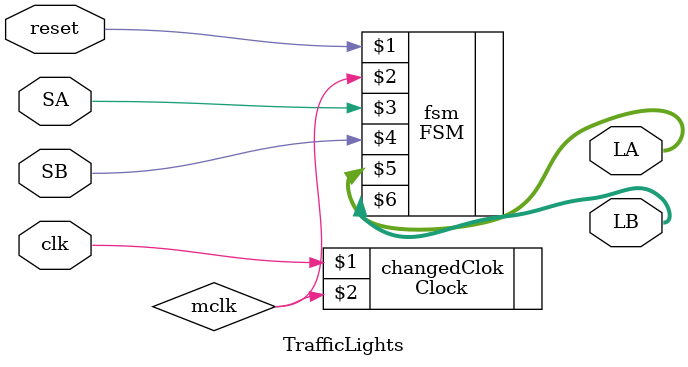
<source format=sv>
`timescale 1ns / 1ps


module TrafficLights(
    input logic reset, clk, SA, SB,
    output logic [2:0] LA, LB
    );
    logic mclk;
    Clock changedClok(clk, mclk);
    FSM fsm(reset, mclk, SA, SB, LA, LB);
endmodule

</source>
